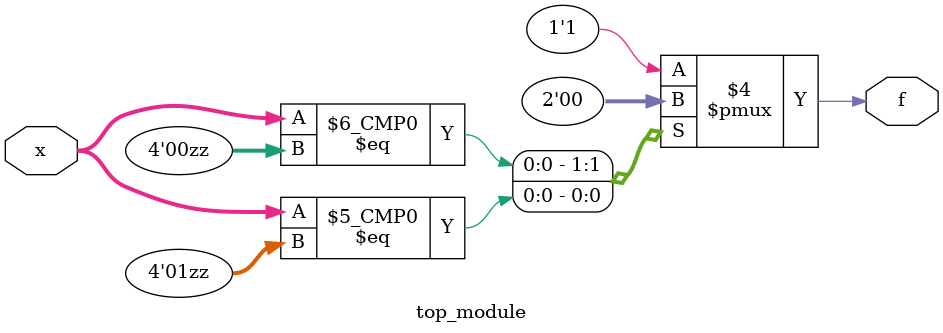
<source format=sv>
module top_module (
	input [4:1] x,
	output logic f
);

always_comb begin
	case (x)
		4'b00??: f = 0;
		4'b01??: f = 0;
		4'b11??: f = 1;
		default:  f = 1;
	endcase
end

endmodule

</source>
